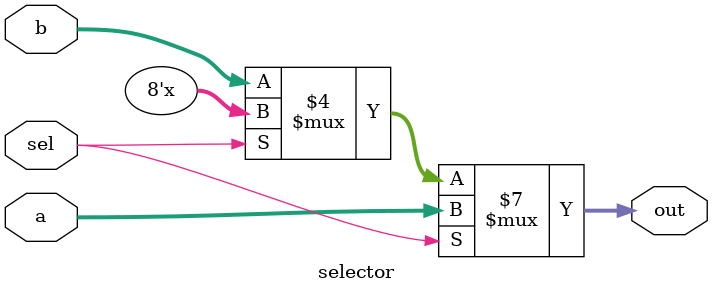
<source format=v>
`timescale 1ns / 1ps


module selector(a, b, sel, out);
    parameter WIDTH = 8;
    
    input [WIDTH-1:0] a, b;
    input sel;
    output reg [WIDTH-1:0] out;
    
    //assign out = (sel) ? b : a;
    always@(*) begin
        if(sel == 1) begin
            out <= a;
        end
        else if(sel == 0) begin
            out <= b;
        end
    end
 
endmodule

</source>
